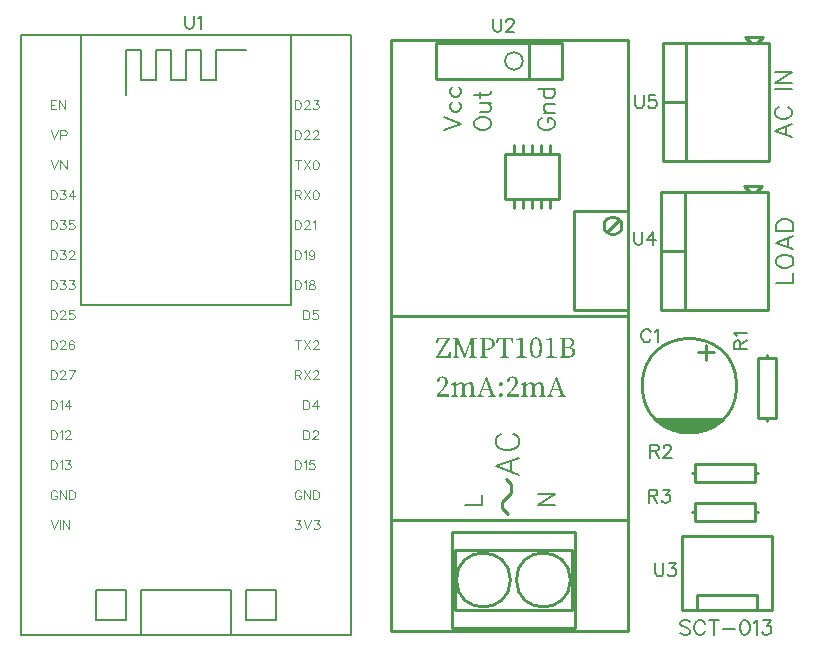
<source format=gto>
G04 Layer: TopSilkLayer*
G04 EasyEDA v6.4.7, 2020-12-03T10:34:31+05:30*
G04 2fbe05cc312c45c2a44f13524b8984d0,b6e8962e620740079bb188d2402746ea,10*
G04 Gerber Generator version 0.2*
G04 Scale: 100 percent, Rotated: No, Reflected: No *
G04 Dimensions in inches *
G04 leading zeros omitted , absolute positions ,2 integer and 4 decimal *
%FSLAX24Y24*%
%MOIN*%
G90*
D02*

%ADD10C,0.010000*%
%ADD20C,0.008000*%
%ADD21C,0.007874*%
%ADD22C,0.006000*%
%ADD23C,0.002560*%

%LPD*%
G54D10*
G01X16439Y4400D02*
G01X16239Y4600D01*
G01X16239Y4800D01*
G01X16539Y5100D01*
G01X16539Y5400D01*
G01X16389Y5550D01*
G01X16439Y5500D01*
G01X16539Y5400D02*
G01X16389Y5550D01*
G01X16439Y5500D01*
G01X16239Y4600D02*
G01X16239Y4800D01*
G01X16539Y5100D01*
G01X17539Y16700D02*
G01X17539Y16400D01*
G01X17239Y16700D02*
G01X17239Y16400D01*
G01X16939Y16700D02*
G01X16939Y16400D01*
G01X17839Y16700D02*
G01X17839Y16400D01*
G01X17439Y16400D01*
G01X17039Y16400D01*
G01X16639Y16400D01*
G01X16639Y16500D01*
G01X16639Y16700D01*
G01X16939Y14600D02*
G01X16939Y14900D01*
G01X17239Y14600D02*
G01X17239Y14900D01*
G01X17539Y14600D02*
G01X17539Y14900D01*
G01X16639Y14600D02*
G01X16639Y14900D01*
G01X17039Y14900D01*
G01X17439Y14900D01*
G01X17839Y14900D01*
G01X17839Y14800D01*
G01X17839Y14600D01*
G01X16339Y14900D02*
G01X18139Y14900D01*
G01X18139Y16400D01*
G01X16339Y16400D01*
G01X16339Y14900D01*
G01X19739Y13800D02*
G01X20139Y14200D01*
G01X20439Y11000D02*
G01X20439Y14500D01*
G01X18639Y14500D01*
G01X18639Y11200D01*
G01X20439Y11200D01*
G01X14669Y1200D02*
G01X14669Y3200D01*
G01X18569Y3200D01*
G01X18569Y1200D01*
G01X14669Y1200D01*
G01X12539Y500D02*
G01X20439Y500D01*
G01X20439Y20200D01*
G01X12539Y20200D01*
G01X12539Y500D01*
G01X14569Y600D02*
G01X14569Y3800D01*
G01X18669Y3800D01*
G01X18669Y600D01*
G01X14569Y600D01*
G01X12539Y4200D02*
G01X20439Y4200D01*
G01X20439Y11000D01*
G01X12539Y11000D01*
G01X12539Y4200D01*
G01X18239Y18900D02*
G01X14039Y18900D01*
G01X14039Y20100D01*
G01X18239Y20100D01*
G01X18239Y18900D01*
G01X17139Y18900D02*
G01X17139Y20100D01*
G01X22239Y3650D02*
G01X22239Y1200D01*
G01X25239Y3650D02*
G01X25239Y1200D01*
G01X25239Y3650D02*
G01X22239Y3650D01*
G01X25239Y1200D02*
G01X23239Y1200D01*
G01X23239Y1200D02*
G01X22239Y1200D01*
G01X22739Y1200D02*
G01X22739Y1700D01*
G01X22739Y1700D02*
G01X24739Y1700D01*
G01X24739Y1700D02*
G01X24739Y1200D01*
G54D20*
G01X2195Y20357D02*
G01X2195Y11357D01*
G01X9195Y11357D01*
G01X9195Y20357D01*
G01X3695Y18357D02*
G01X3695Y19857D01*
G01X4195Y19857D01*
G01X4195Y18857D01*
G01X4695Y18857D01*
G01X4695Y19857D01*
G01X5195Y19857D01*
G01X5195Y18857D01*
G01X5695Y18857D01*
G01X5695Y19857D01*
G01X6195Y19857D01*
G01X6195Y18857D01*
G01X6695Y18857D01*
G01X6695Y19857D01*
G01X7695Y19857D01*
G01X11195Y357D02*
G01X7195Y357D01*
G01X4195Y357D01*
G01X195Y357D01*
G01X195Y20357D01*
G01X2195Y20357D01*
G01X9195Y20357D01*
G01X11195Y20357D01*
G01X11195Y357D01*
G01X4195Y357D02*
G01X4195Y1857D01*
G01X7195Y1857D01*
G01X7195Y357D01*
G01X2695Y1857D02*
G01X3695Y1857D01*
G01X3695Y857D01*
G01X2695Y857D01*
G01X2695Y1857D01*
G01X7695Y1857D02*
G01X7695Y857D01*
G01X8695Y857D01*
G01X8695Y1857D01*
G01X7695Y1857D01*
G54D10*
G01X24789Y7600D02*
G01X24789Y9600D01*
G01X24789Y9600D02*
G01X25089Y9600D01*
G01X25089Y9600D02*
G01X25389Y9600D01*
G01X25389Y9600D02*
G01X25389Y7600D01*
G01X25389Y7600D02*
G01X25089Y7600D01*
G01X25089Y7600D02*
G01X24789Y7600D01*
G01X25089Y9600D02*
G01X25089Y9700D01*
G01X25089Y7600D02*
G01X25089Y7500D01*
G01X22689Y6050D02*
G01X24689Y6050D01*
G01X24689Y6050D02*
G01X24689Y5750D01*
G01X24689Y5750D02*
G01X24689Y5450D01*
G01X24689Y5450D02*
G01X22689Y5450D01*
G01X22689Y5450D02*
G01X22689Y5750D01*
G01X22689Y5750D02*
G01X22689Y6050D01*
G01X24689Y5750D02*
G01X24789Y5750D01*
G01X22689Y5750D02*
G01X22589Y5750D01*
G01X22689Y4750D02*
G01X24689Y4750D01*
G01X24689Y4750D02*
G01X24689Y4450D01*
G01X24689Y4450D02*
G01X24689Y4150D01*
G01X24689Y4150D02*
G01X22689Y4150D01*
G01X22689Y4150D02*
G01X22689Y4450D01*
G01X22689Y4450D02*
G01X22689Y4750D01*
G01X24689Y4450D02*
G01X24789Y4450D01*
G01X22689Y4450D02*
G01X22589Y4450D01*
G01X22339Y11200D02*
G01X22339Y15136D01*
G01X25095Y15136D01*
G01X25095Y11200D01*
G01X21552Y11200D01*
G01X21552Y15136D01*
G01X22339Y15136D01*
G01X22339Y13168D02*
G01X21552Y13168D01*
G01X24504Y15136D02*
G01X24308Y15334D01*
G01X24898Y15334D01*
G01X24701Y15136D01*
G01X24702Y15136D01*
G01X22389Y16150D02*
G01X22389Y20086D01*
G01X25145Y20086D01*
G01X25145Y16150D01*
G01X21602Y16150D01*
G01X21602Y20086D01*
G01X22389Y20086D01*
G01X22389Y18118D02*
G01X21602Y18118D01*
G01X24554Y20086D02*
G01X24358Y20284D01*
G01X24948Y20284D01*
G01X24751Y20086D01*
G01X24752Y20086D01*
G01X22779Y9797D02*
G01X23309Y9797D01*
G01X23049Y9547D02*
G01X23049Y10037D01*
G54D22*
G01X25384Y12100D02*
G01X25956Y12100D01*
G01X25956Y12100D02*
G01X25956Y12426D01*
G01X25384Y12771D02*
G01X25411Y12715D01*
G01X25465Y12661D01*
G01X25520Y12634D01*
G01X25602Y12607D01*
G01X25738Y12607D01*
G01X25820Y12634D01*
G01X25874Y12661D01*
G01X25929Y12715D01*
G01X25956Y12771D01*
G01X25956Y12880D01*
G01X25929Y12934D01*
G01X25874Y12988D01*
G01X25820Y13015D01*
G01X25738Y13044D01*
G01X25602Y13044D01*
G01X25520Y13015D01*
G01X25465Y12988D01*
G01X25411Y12934D01*
G01X25384Y12880D01*
G01X25384Y12771D01*
G01X25384Y13442D02*
G01X25956Y13223D01*
G01X25384Y13442D02*
G01X25956Y13659D01*
G01X25765Y13305D02*
G01X25765Y13578D01*
G01X25384Y13840D02*
G01X25956Y13840D01*
G01X25384Y13840D02*
G01X25384Y14030D01*
G01X25411Y14113D01*
G01X25465Y14167D01*
G01X25520Y14194D01*
G01X25602Y14221D01*
G01X25738Y14221D01*
G01X25820Y14194D01*
G01X25874Y14167D01*
G01X25929Y14113D01*
G01X25956Y14030D01*
G01X25956Y13840D01*
G01X25334Y17167D02*
G01X25906Y16950D01*
G01X25334Y17167D02*
G01X25906Y17386D01*
G01X25715Y17032D02*
G01X25715Y17305D01*
G01X25470Y17975D02*
G01X25415Y17948D01*
G01X25361Y17894D01*
G01X25334Y17838D01*
G01X25334Y17730D01*
G01X25361Y17675D01*
G01X25415Y17621D01*
G01X25470Y17594D01*
G01X25552Y17565D01*
G01X25688Y17565D01*
G01X25770Y17594D01*
G01X25824Y17621D01*
G01X25879Y17675D01*
G01X25906Y17730D01*
G01X25906Y17838D01*
G01X25879Y17894D01*
G01X25824Y17948D01*
G01X25770Y17975D01*
G01X25334Y18575D02*
G01X25906Y18575D01*
G01X25334Y18755D02*
G01X25906Y18755D01*
G01X25334Y18755D02*
G01X25906Y19136D01*
G01X25334Y19136D02*
G01X25906Y19136D01*
G01X15939Y20903D02*
G01X15939Y20596D01*
G01X15959Y20536D01*
G01X16000Y20494D01*
G01X16062Y20475D01*
G01X16103Y20475D01*
G01X16164Y20494D01*
G01X16205Y20536D01*
G01X16225Y20596D01*
G01X16225Y20903D01*
G01X16381Y20802D02*
G01X16381Y20821D01*
G01X16401Y20863D01*
G01X16422Y20884D01*
G01X16463Y20903D01*
G01X16544Y20903D01*
G01X16585Y20884D01*
G01X16606Y20863D01*
G01X16626Y20821D01*
G01X16626Y20780D01*
G01X16606Y20740D01*
G01X16565Y20678D01*
G01X16360Y20475D01*
G01X16647Y20475D01*
G54D20*
G01X15017Y4700D02*
G01X15581Y4700D01*
G01X15581Y4700D02*
G01X15581Y5021D01*
G01X17439Y4700D02*
G01X18003Y4700D01*
G01X17439Y4700D02*
G01X18003Y5076D01*
G01X17439Y5076D02*
G01X18003Y5076D01*
G01X16040Y5990D02*
G01X16803Y5700D01*
G01X16040Y5990D02*
G01X16803Y6282D01*
G01X16549Y5809D02*
G01X16549Y6173D01*
G01X16220Y7067D02*
G01X16149Y7030D01*
G01X16075Y6957D01*
G01X16040Y6884D01*
G01X16040Y6740D01*
G01X16075Y6667D01*
G01X16149Y6594D01*
G01X16220Y6557D01*
G01X16330Y6521D01*
G01X16511Y6521D01*
G01X16620Y6557D01*
G01X16694Y6594D01*
G01X16766Y6667D01*
G01X16803Y6740D01*
G01X16803Y6884D01*
G01X16766Y6957D01*
G01X16694Y7030D01*
G01X16620Y7067D01*

%LPD*%
G36*
G01X18441Y10273D02*
G01X18160Y10273D01*
G01X18160Y10238D01*
G01X18252Y10228D01*
G01X18253Y10207D01*
G01X18253Y9700D01*
G01X18252Y9657D01*
G01X18160Y9646D01*
G01X18160Y9613D01*
G01X18463Y9613D01*
G01X18495Y9617D01*
G01X18523Y9621D01*
G01X18549Y9628D01*
G01X18573Y9636D01*
G01X18595Y9646D01*
G01X18614Y9657D01*
G01X18630Y9669D01*
G01X18645Y9682D01*
G01X18657Y9696D01*
G01X18668Y9711D01*
G01X18676Y9726D01*
G01X18682Y9742D01*
G01X18687Y9759D01*
G01X18690Y9776D01*
G01X18690Y9792D01*
G01X18689Y9812D01*
G01X18686Y9832D01*
G01X18680Y9850D01*
G01X18671Y9867D01*
G01X18660Y9883D01*
G01X18646Y9898D01*
G01X18629Y9912D01*
G01X18609Y9924D01*
G01X18587Y9935D01*
G01X18561Y9944D01*
G01X18532Y9952D01*
G01X18500Y9957D01*
G01X18527Y9964D01*
G01X18551Y9972D01*
G01X18572Y9981D01*
G01X18591Y9992D01*
G01X18607Y10004D01*
G01X18621Y10017D01*
G01X18632Y10031D01*
G01X18642Y10046D01*
G01X18649Y10062D01*
G01X18654Y10078D01*
G01X18656Y10094D01*
G01X18657Y10111D01*
G01X18656Y10134D01*
G01X18651Y10156D01*
G01X18643Y10176D01*
G01X18633Y10195D01*
G01X18619Y10212D01*
G01X18602Y10227D01*
G01X18583Y10240D01*
G01X18560Y10252D01*
G01X18535Y10261D01*
G01X18506Y10267D01*
G01X18475Y10271D01*
G01X18441Y10273D01*
G37*

%LPC*%
G36*
G01X18400Y9934D02*
G01X18343Y9934D01*
G01X18343Y9835D01*
G01X18344Y9811D01*
G01X18344Y9719D01*
G01X18345Y9675D01*
G01X18345Y9653D01*
G01X18440Y9653D01*
G01X18467Y9657D01*
G01X18491Y9661D01*
G01X18513Y9669D01*
G01X18533Y9678D01*
G01X18550Y9688D01*
G01X18564Y9701D01*
G01X18576Y9715D01*
G01X18585Y9732D01*
G01X18591Y9750D01*
G01X18595Y9770D01*
G01X18596Y9792D01*
G01X18595Y9814D01*
G01X18591Y9835D01*
G01X18585Y9854D01*
G01X18576Y9871D01*
G01X18564Y9885D01*
G01X18550Y9898D01*
G01X18532Y9909D01*
G01X18512Y9918D01*
G01X18489Y9925D01*
G01X18462Y9930D01*
G01X18433Y9932D01*
G01X18400Y9934D01*
G37*
G36*
G01X18415Y10234D02*
G01X18345Y10234D01*
G01X18345Y10191D01*
G01X18344Y10169D01*
G01X18344Y10083D01*
G01X18343Y10061D01*
G01X18343Y9975D01*
G01X18425Y9975D01*
G01X18450Y9978D01*
G01X18473Y9982D01*
G01X18493Y9989D01*
G01X18511Y9997D01*
G01X18527Y10007D01*
G01X18540Y10019D01*
G01X18550Y10033D01*
G01X18558Y10049D01*
G01X18564Y10067D01*
G01X18567Y10086D01*
G01X18568Y10109D01*
G01X18567Y10130D01*
G01X18564Y10148D01*
G01X18559Y10165D01*
G01X18552Y10180D01*
G01X18542Y10193D01*
G01X18531Y10204D01*
G01X18517Y10213D01*
G01X18501Y10221D01*
G01X18483Y10226D01*
G01X18462Y10230D01*
G01X18440Y10233D01*
G01X18415Y10234D01*
G37*

%LPD*%
G36*
G01X17922Y10273D02*
G01X17909Y10282D01*
G01X17706Y10228D01*
G01X17706Y10194D01*
G01X17838Y10207D01*
G01X17838Y9742D01*
G01X17837Y9722D01*
G01X17837Y9682D01*
G01X17836Y9663D01*
G01X17695Y9644D01*
G01X17695Y9613D01*
G01X18059Y9613D01*
G01X18059Y9644D01*
G01X17920Y9663D01*
G01X17920Y9762D01*
G01X17919Y9801D01*
G01X17919Y10130D01*
G01X17922Y10273D01*
G37*

%LPD*%
G36*
G01X16934Y10273D02*
G01X16921Y10282D01*
G01X16718Y10228D01*
G01X16718Y10194D01*
G01X16849Y10207D01*
G01X16849Y9682D01*
G01X16848Y9663D01*
G01X16707Y9644D01*
G01X16707Y9613D01*
G01X17071Y9613D01*
G01X17071Y9644D01*
G01X16932Y9663D01*
G01X16932Y9702D01*
G01X16931Y9722D01*
G01X16931Y9762D01*
G01X16930Y9801D01*
G01X16930Y10130D01*
G01X16934Y10273D01*
G37*

%LPD*%
G36*
G01X16607Y10273D02*
G01X16066Y10273D01*
G01X16058Y10096D01*
G01X16108Y10096D01*
G01X16135Y10228D01*
G01X16290Y10228D01*
G01X16291Y10164D01*
G01X16291Y9679D01*
G01X16290Y9657D01*
G01X16188Y9646D01*
G01X16188Y9613D01*
G01X16485Y9613D01*
G01X16485Y9646D01*
G01X16383Y9657D01*
G01X16382Y9722D01*
G01X16382Y9809D01*
G01X16381Y9831D01*
G01X16381Y10055D01*
G01X16382Y10076D01*
G01X16382Y10164D01*
G01X16383Y10228D01*
G01X16538Y10228D01*
G01X16566Y10096D01*
G01X16614Y10096D01*
G01X16607Y10273D01*
G37*

%LPD*%
G36*
G01X15759Y10273D02*
G01X15494Y10273D01*
G01X15494Y10238D01*
G01X15586Y10228D01*
G01X15587Y10185D01*
G01X15588Y10163D01*
G01X15588Y9721D01*
G01X15587Y9700D01*
G01X15587Y9678D01*
G01X15586Y9657D01*
G01X15494Y9646D01*
G01X15494Y9613D01*
G01X15773Y9613D01*
G01X15773Y9646D01*
G01X15679Y9657D01*
G01X15679Y9768D01*
G01X15678Y9795D01*
G01X15678Y9876D01*
G01X15730Y9876D01*
G01X15766Y9878D01*
G01X15799Y9881D01*
G01X15830Y9886D01*
G01X15857Y9892D01*
G01X15883Y9901D01*
G01X15905Y9911D01*
G01X15925Y9923D01*
G01X15943Y9936D01*
G01X15958Y9950D01*
G01X15972Y9965D01*
G01X15982Y9982D01*
G01X15991Y9999D01*
G01X15998Y10017D01*
G01X16003Y10037D01*
G01X16005Y10056D01*
G01X16006Y10076D01*
G01X16005Y10098D01*
G01X16003Y10119D01*
G01X15998Y10138D01*
G01X15991Y10157D01*
G01X15982Y10174D01*
G01X15972Y10190D01*
G01X15959Y10205D01*
G01X15945Y10218D01*
G01X15928Y10230D01*
G01X15910Y10241D01*
G01X15890Y10251D01*
G01X15868Y10258D01*
G01X15843Y10265D01*
G01X15817Y10269D01*
G01X15789Y10271D01*
G01X15759Y10273D01*
G37*

%LPC*%
G36*
G01X15742Y10234D02*
G01X15679Y10234D01*
G01X15679Y10101D01*
G01X15678Y10079D01*
G01X15678Y9915D01*
G01X15741Y9915D01*
G01X15771Y9917D01*
G01X15797Y9921D01*
G01X15820Y9927D01*
G01X15841Y9936D01*
G01X15858Y9947D01*
G01X15874Y9960D01*
G01X15886Y9976D01*
G01X15896Y9992D01*
G01X15904Y10011D01*
G01X15909Y10032D01*
G01X15912Y10053D01*
G01X15913Y10076D01*
G01X15912Y10101D01*
G01X15909Y10123D01*
G01X15903Y10143D01*
G01X15895Y10162D01*
G01X15885Y10178D01*
G01X15872Y10192D01*
G01X15857Y10205D01*
G01X15839Y10215D01*
G01X15819Y10223D01*
G01X15796Y10229D01*
G01X15771Y10232D01*
G01X15742Y10234D01*
G37*

%LPD*%
G36*
G01X14779Y10273D02*
G01X14599Y10273D01*
G01X14599Y10238D01*
G01X14689Y10228D01*
G01X14688Y9659D01*
G01X14599Y9646D01*
G01X14599Y9613D01*
G01X14820Y9613D01*
G01X14820Y9646D01*
G01X14734Y9659D01*
G01X14734Y9994D01*
G01X14733Y10016D01*
G01X14733Y10044D01*
G01X14732Y10076D01*
G01X14729Y10178D01*
G01X14959Y9613D01*
G01X15002Y9613D01*
G01X15224Y10180D01*
G01X15223Y9915D01*
G01X15223Y9721D01*
G01X15222Y9700D01*
G01X15222Y9678D01*
G01X15221Y9657D01*
G01X15136Y9646D01*
G01X15136Y9613D01*
G01X15404Y9613D01*
G01X15404Y9646D01*
G01X15313Y9657D01*
G01X15312Y9722D01*
G01X15312Y9809D01*
G01X15311Y9831D01*
G01X15311Y10055D01*
G01X15312Y10076D01*
G01X15312Y10164D01*
G01X15313Y10228D01*
G01X15405Y10238D01*
G01X15405Y10273D01*
G01X15215Y10273D01*
G01X15002Y9726D01*
G01X14779Y10273D01*
G37*

%LPD*%
G36*
G01X14520Y10273D02*
G01X14059Y10273D01*
G01X14050Y10096D01*
G01X14103Y10096D01*
G01X14133Y10228D01*
G01X14419Y10228D01*
G01X14039Y9646D01*
G01X14039Y9613D01*
G01X14534Y9613D01*
G01X14540Y9790D01*
G01X14488Y9790D01*
G01X14456Y9655D01*
G01X14141Y9655D01*
G01X14520Y10238D01*
G01X14520Y10273D01*
G37*

%LPD*%
G36*
G01X17392Y10285D02*
G01X17376Y10286D01*
G01X17361Y10285D01*
G01X17345Y10283D01*
G01X17329Y10279D01*
G01X17314Y10274D01*
G01X17299Y10267D01*
G01X17285Y10259D01*
G01X17271Y10249D01*
G01X17257Y10237D01*
G01X17245Y10224D01*
G01X17233Y10209D01*
G01X17221Y10192D01*
G01X17211Y10173D01*
G01X17202Y10152D01*
G01X17193Y10129D01*
G01X17186Y10104D01*
G01X17180Y10077D01*
G01X17175Y10048D01*
G01X17171Y10017D01*
G01X17169Y9983D01*
G01X17168Y9948D01*
G01X17169Y9911D01*
G01X17171Y9876D01*
G01X17175Y9844D01*
G01X17180Y9813D01*
G01X17186Y9786D01*
G01X17193Y9760D01*
G01X17202Y9736D01*
G01X17211Y9715D01*
G01X17221Y9695D01*
G01X17233Y9678D01*
G01X17245Y9662D01*
G01X17257Y9648D01*
G01X17285Y9626D01*
G01X17299Y9618D01*
G01X17314Y9611D01*
G01X17329Y9606D01*
G01X17345Y9602D01*
G01X17361Y9600D01*
G01X17392Y9600D01*
G01X17407Y9602D01*
G01X17422Y9606D01*
G01X17437Y9611D01*
G01X17452Y9618D01*
G01X17466Y9626D01*
G01X17480Y9637D01*
G01X17493Y9648D01*
G01X17506Y9662D01*
G01X17518Y9678D01*
G01X17529Y9695D01*
G01X17539Y9715D01*
G01X17548Y9736D01*
G01X17557Y9760D01*
G01X17564Y9786D01*
G01X17570Y9813D01*
G01X17575Y9844D01*
G01X17578Y9876D01*
G01X17581Y9911D01*
G01X17581Y9983D01*
G01X17578Y10017D01*
G01X17575Y10048D01*
G01X17570Y10077D01*
G01X17564Y10104D01*
G01X17557Y10129D01*
G01X17548Y10152D01*
G01X17539Y10173D01*
G01X17529Y10192D01*
G01X17518Y10209D01*
G01X17506Y10224D01*
G01X17493Y10237D01*
G01X17480Y10249D01*
G01X17466Y10259D01*
G01X17452Y10267D01*
G01X17437Y10274D01*
G01X17422Y10279D01*
G01X17407Y10283D01*
G01X17392Y10285D01*
G37*

%LPC*%
G36*
G01X17388Y10246D02*
G01X17365Y10246D01*
G01X17353Y10243D01*
G01X17342Y10239D01*
G01X17331Y10233D01*
G01X17320Y10225D01*
G01X17310Y10214D01*
G01X17301Y10201D01*
G01X17292Y10186D01*
G01X17284Y10167D01*
G01X17277Y10146D01*
G01X17271Y10122D01*
G01X17265Y10094D01*
G01X17261Y10063D01*
G01X17258Y10028D01*
G01X17256Y9990D01*
G01X17255Y9948D01*
G01X17256Y9903D01*
G01X17258Y9863D01*
G01X17261Y9828D01*
G01X17265Y9795D01*
G01X17271Y9767D01*
G01X17277Y9741D01*
G01X17284Y9719D01*
G01X17292Y9700D01*
G01X17301Y9684D01*
G01X17310Y9671D01*
G01X17320Y9660D01*
G01X17331Y9651D01*
G01X17342Y9645D01*
G01X17353Y9641D01*
G01X17365Y9638D01*
G01X17388Y9638D01*
G01X17399Y9641D01*
G01X17409Y9645D01*
G01X17420Y9651D01*
G01X17430Y9660D01*
G01X17440Y9671D01*
G01X17449Y9684D01*
G01X17457Y9701D01*
G01X17465Y9720D01*
G01X17472Y9742D01*
G01X17478Y9767D01*
G01X17484Y9796D01*
G01X17488Y9828D01*
G01X17491Y9864D01*
G01X17493Y9904D01*
G01X17493Y9990D01*
G01X17491Y10028D01*
G01X17488Y10063D01*
G01X17484Y10094D01*
G01X17478Y10122D01*
G01X17472Y10146D01*
G01X17465Y10167D01*
G01X17457Y10186D01*
G01X17449Y10201D01*
G01X17440Y10214D01*
G01X17430Y10225D01*
G01X17420Y10233D01*
G01X17409Y10239D01*
G01X17399Y10243D01*
G01X17388Y10246D01*
G37*

%LPD*%
G36*
G01X16227Y8792D02*
G01X16200Y8798D01*
G01X16175Y8792D01*
G01X16154Y8778D01*
G01X16140Y8756D01*
G01X16134Y8730D01*
G01X16140Y8705D01*
G01X16154Y8683D01*
G01X16175Y8669D01*
G01X16200Y8663D01*
G01X16227Y8669D01*
G01X16249Y8683D01*
G01X16263Y8705D01*
G01X16268Y8730D01*
G01X16263Y8756D01*
G01X16249Y8778D01*
G01X16227Y8792D01*
G37*

%LPD*%
G36*
G01X18085Y8976D02*
G01X18027Y8976D01*
G01X17818Y8359D01*
G01X17738Y8346D01*
G01X17738Y8313D01*
G01X17957Y8313D01*
G01X17957Y8346D01*
G01X17861Y8359D01*
G01X17918Y8532D01*
G01X18146Y8532D01*
G01X18204Y8359D01*
G01X18107Y8346D01*
G01X18107Y8313D01*
G01X18375Y8313D01*
G01X18375Y8346D01*
G01X18297Y8355D01*
G01X18085Y8976D01*
G37*

%LPC*%
G36*
G01X18134Y8569D02*
G01X18031Y8876D01*
G01X17930Y8569D01*
G01X18134Y8569D01*
G37*

%LPD*%
G36*
G01X17231Y8792D02*
G01X17208Y8794D01*
G01X17186Y8792D01*
G01X17163Y8787D01*
G01X17141Y8779D01*
G01X17118Y8769D01*
G01X17097Y8756D01*
G01X17076Y8740D01*
G01X17056Y8723D01*
G01X17037Y8703D01*
G01X17028Y8784D01*
G01X17015Y8792D01*
G01X16876Y8738D01*
G01X16876Y8709D01*
G01X16955Y8701D01*
G01X16957Y8671D01*
G01X16957Y8394D01*
G01X16956Y8373D01*
G01X16956Y8353D01*
G01X16883Y8344D01*
G01X16883Y8313D01*
G01X17109Y8313D01*
G01X17109Y8344D01*
G01X17041Y8353D01*
G01X17041Y8394D01*
G01X17040Y8416D01*
G01X17040Y8481D01*
G01X17039Y8501D01*
G01X17039Y8665D01*
G01X17058Y8682D01*
G01X17076Y8695D01*
G01X17092Y8706D01*
G01X17109Y8715D01*
G01X17125Y8722D01*
G01X17141Y8727D01*
G01X17157Y8730D01*
G01X17173Y8730D01*
G01X17193Y8729D01*
G01X17210Y8724D01*
G01X17224Y8716D01*
G01X17235Y8704D01*
G01X17244Y8688D01*
G01X17250Y8667D01*
G01X17253Y8642D01*
G01X17254Y8611D01*
G01X17254Y8394D01*
G01X17253Y8373D01*
G01X17253Y8353D01*
G01X17178Y8344D01*
G01X17178Y8313D01*
G01X17405Y8313D01*
G01X17405Y8344D01*
G01X17337Y8353D01*
G01X17337Y8373D01*
G01X17336Y8394D01*
G01X17336Y8415D01*
G01X17335Y8437D01*
G01X17335Y8480D01*
G01X17334Y8501D01*
G01X17334Y8653D01*
G01X17332Y8665D01*
G01X17351Y8681D01*
G01X17370Y8695D01*
G01X17387Y8707D01*
G01X17404Y8715D01*
G01X17420Y8722D01*
G01X17436Y8727D01*
G01X17452Y8730D01*
G01X17467Y8730D01*
G01X17487Y8729D01*
G01X17504Y8725D01*
G01X17518Y8717D01*
G01X17530Y8706D01*
G01X17539Y8690D01*
G01X17545Y8669D01*
G01X17549Y8644D01*
G01X17550Y8613D01*
G01X17550Y8437D01*
G01X17549Y8415D01*
G01X17549Y8373D01*
G01X17548Y8353D01*
G01X17475Y8344D01*
G01X17475Y8313D01*
G01X17701Y8313D01*
G01X17701Y8344D01*
G01X17631Y8353D01*
G01X17631Y8480D01*
G01X17630Y8501D01*
G01X17630Y8623D01*
G01X17629Y8651D01*
G01X17627Y8677D01*
G01X17622Y8700D01*
G01X17616Y8721D01*
G01X17607Y8738D01*
G01X17597Y8753D01*
G01X17586Y8766D01*
G01X17573Y8776D01*
G01X17558Y8784D01*
G01X17542Y8789D01*
G01X17524Y8792D01*
G01X17504Y8794D01*
G01X17481Y8792D01*
G01X17457Y8788D01*
G01X17434Y8781D01*
G01X17411Y8771D01*
G01X17389Y8758D01*
G01X17367Y8742D01*
G01X17346Y8723D01*
G01X17325Y8701D01*
G01X17318Y8723D01*
G01X17309Y8742D01*
G01X17297Y8759D01*
G01X17284Y8771D01*
G01X17268Y8781D01*
G01X17250Y8788D01*
G01X17231Y8792D01*
G37*

%LPD*%
G36*
G01X16622Y8984D02*
G01X16591Y8986D01*
G01X16567Y8984D01*
G01X16544Y8982D01*
G01X16521Y8976D01*
G01X16500Y8969D01*
G01X16479Y8960D01*
G01X16461Y8949D01*
G01X16444Y8935D01*
G01X16429Y8920D01*
G01X16416Y8902D01*
G01X16406Y8883D01*
G01X16398Y8861D01*
G01X16393Y8838D01*
G01X16402Y8825D01*
G01X16413Y8815D01*
G01X16426Y8809D01*
G01X16441Y8807D01*
G01X16459Y8810D01*
G01X16473Y8820D01*
G01X16485Y8839D01*
G01X16495Y8869D01*
G01X16515Y8940D01*
G01X16530Y8944D01*
G01X16544Y8945D01*
G01X16557Y8946D01*
G01X16568Y8946D01*
G01X16595Y8944D01*
G01X16618Y8936D01*
G01X16638Y8925D01*
G01X16656Y8908D01*
G01X16670Y8888D01*
G01X16680Y8864D01*
G01X16686Y8837D01*
G01X16688Y8807D01*
G01X16687Y8787D01*
G01X16685Y8767D01*
G01X16680Y8747D01*
G01X16673Y8727D01*
G01X16665Y8707D01*
G01X16654Y8686D01*
G01X16641Y8665D01*
G01X16627Y8642D01*
G01X16610Y8619D01*
G01X16591Y8595D01*
G01X16570Y8569D01*
G01X16547Y8542D01*
G01X16531Y8524D01*
G01X16514Y8504D01*
G01X16496Y8484D01*
G01X16477Y8463D01*
G01X16458Y8441D01*
G01X16438Y8419D01*
G01X16419Y8396D01*
G01X16398Y8373D01*
G01X16398Y8313D01*
G01X16803Y8313D01*
G01X16803Y8388D01*
G01X16461Y8388D01*
G01X16478Y8406D01*
G01X16495Y8423D01*
G01X16511Y8440D01*
G01X16527Y8456D01*
G01X16541Y8471D01*
G01X16555Y8485D01*
G01X16567Y8498D01*
G01X16577Y8509D01*
G01X16604Y8536D01*
G01X16628Y8562D01*
G01X16650Y8586D01*
G01X16670Y8609D01*
G01X16688Y8630D01*
G01X16705Y8649D01*
G01X16719Y8668D01*
G01X16732Y8686D01*
G01X16742Y8702D01*
G01X16752Y8719D01*
G01X16759Y8734D01*
G01X16765Y8750D01*
G01X16770Y8765D01*
G01X16773Y8780D01*
G01X16775Y8796D01*
G01X16775Y8811D01*
G01X16774Y8836D01*
G01X16771Y8860D01*
G01X16765Y8882D01*
G01X16756Y8902D01*
G01X16745Y8920D01*
G01X16731Y8937D01*
G01X16715Y8951D01*
G01X16696Y8963D01*
G01X16674Y8973D01*
G01X16649Y8980D01*
G01X16622Y8984D01*
G37*

%LPD*%
G36*
G01X15754Y8976D02*
G01X15696Y8976D01*
G01X15487Y8359D01*
G01X15407Y8346D01*
G01X15407Y8313D01*
G01X15626Y8313D01*
G01X15626Y8346D01*
G01X15530Y8359D01*
G01X15587Y8532D01*
G01X15815Y8532D01*
G01X15873Y8359D01*
G01X15776Y8346D01*
G01X15776Y8313D01*
G01X16044Y8313D01*
G01X16044Y8346D01*
G01X15966Y8355D01*
G01X15754Y8976D01*
G37*

%LPC*%
G36*
G01X15803Y8569D02*
G01X15700Y8876D01*
G01X15599Y8569D01*
G01X15803Y8569D01*
G37*

%LPD*%
G36*
G01X14900Y8792D02*
G01X14878Y8794D01*
G01X14855Y8792D01*
G01X14833Y8787D01*
G01X14810Y8779D01*
G01X14788Y8769D01*
G01X14766Y8756D01*
G01X14745Y8740D01*
G01X14725Y8723D01*
G01X14706Y8703D01*
G01X14698Y8784D01*
G01X14684Y8792D01*
G01X14545Y8738D01*
G01X14545Y8709D01*
G01X14624Y8701D01*
G01X14626Y8671D01*
G01X14626Y8394D01*
G01X14625Y8373D01*
G01X14625Y8353D01*
G01X14552Y8344D01*
G01X14552Y8313D01*
G01X14778Y8313D01*
G01X14778Y8344D01*
G01X14710Y8353D01*
G01X14710Y8394D01*
G01X14709Y8416D01*
G01X14709Y8481D01*
G01X14708Y8501D01*
G01X14708Y8665D01*
G01X14727Y8682D01*
G01X14745Y8695D01*
G01X14761Y8706D01*
G01X14778Y8715D01*
G01X14794Y8722D01*
G01X14810Y8727D01*
G01X14826Y8730D01*
G01X14842Y8730D01*
G01X14862Y8729D01*
G01X14879Y8724D01*
G01X14893Y8716D01*
G01X14904Y8704D01*
G01X14913Y8688D01*
G01X14919Y8667D01*
G01X14922Y8642D01*
G01X14923Y8611D01*
G01X14923Y8373D01*
G01X14922Y8353D01*
G01X14847Y8344D01*
G01X14847Y8313D01*
G01X15074Y8313D01*
G01X15074Y8344D01*
G01X15006Y8353D01*
G01X15006Y8373D01*
G01X15005Y8394D01*
G01X15005Y8415D01*
G01X15004Y8437D01*
G01X15004Y8480D01*
G01X15003Y8501D01*
G01X15003Y8653D01*
G01X15001Y8665D01*
G01X15020Y8681D01*
G01X15039Y8695D01*
G01X15056Y8707D01*
G01X15073Y8715D01*
G01X15089Y8722D01*
G01X15105Y8727D01*
G01X15121Y8730D01*
G01X15136Y8730D01*
G01X15156Y8729D01*
G01X15173Y8725D01*
G01X15187Y8717D01*
G01X15199Y8706D01*
G01X15208Y8690D01*
G01X15214Y8669D01*
G01X15218Y8644D01*
G01X15219Y8613D01*
G01X15219Y8437D01*
G01X15218Y8415D01*
G01X15218Y8373D01*
G01X15217Y8353D01*
G01X15144Y8344D01*
G01X15144Y8313D01*
G01X15370Y8313D01*
G01X15370Y8344D01*
G01X15300Y8353D01*
G01X15300Y8480D01*
G01X15299Y8501D01*
G01X15299Y8623D01*
G01X15298Y8651D01*
G01X15296Y8677D01*
G01X15291Y8700D01*
G01X15285Y8721D01*
G01X15276Y8738D01*
G01X15266Y8753D01*
G01X15255Y8766D01*
G01X15242Y8776D01*
G01X15227Y8784D01*
G01X15211Y8789D01*
G01X15193Y8792D01*
G01X15173Y8794D01*
G01X15150Y8792D01*
G01X15126Y8788D01*
G01X15103Y8781D01*
G01X15080Y8771D01*
G01X15058Y8758D01*
G01X15036Y8742D01*
G01X15015Y8723D01*
G01X14994Y8701D01*
G01X14987Y8723D01*
G01X14978Y8742D01*
G01X14966Y8759D01*
G01X14953Y8771D01*
G01X14937Y8781D01*
G01X14920Y8788D01*
G01X14900Y8792D01*
G37*

%LPD*%
G36*
G01X14291Y8984D02*
G01X14260Y8986D01*
G01X14236Y8984D01*
G01X14213Y8982D01*
G01X14190Y8976D01*
G01X14169Y8969D01*
G01X14148Y8960D01*
G01X14130Y8949D01*
G01X14113Y8935D01*
G01X14098Y8920D01*
G01X14085Y8902D01*
G01X14075Y8883D01*
G01X14067Y8861D01*
G01X14062Y8838D01*
G01X14071Y8825D01*
G01X14082Y8815D01*
G01X14095Y8809D01*
G01X14110Y8807D01*
G01X14128Y8810D01*
G01X14142Y8820D01*
G01X14154Y8839D01*
G01X14164Y8869D01*
G01X14184Y8940D01*
G01X14199Y8944D01*
G01X14213Y8945D01*
G01X14226Y8946D01*
G01X14237Y8946D01*
G01X14264Y8944D01*
G01X14287Y8936D01*
G01X14308Y8925D01*
G01X14325Y8908D01*
G01X14339Y8888D01*
G01X14349Y8864D01*
G01X14355Y8837D01*
G01X14357Y8807D01*
G01X14356Y8787D01*
G01X14354Y8767D01*
G01X14349Y8747D01*
G01X14342Y8727D01*
G01X14334Y8707D01*
G01X14323Y8686D01*
G01X14310Y8665D01*
G01X14296Y8642D01*
G01X14279Y8619D01*
G01X14260Y8595D01*
G01X14239Y8569D01*
G01X14216Y8542D01*
G01X14200Y8524D01*
G01X14183Y8504D01*
G01X14165Y8484D01*
G01X14146Y8463D01*
G01X14127Y8441D01*
G01X14107Y8419D01*
G01X14088Y8396D01*
G01X14067Y8373D01*
G01X14067Y8313D01*
G01X14472Y8313D01*
G01X14472Y8388D01*
G01X14130Y8388D01*
G01X14147Y8406D01*
G01X14164Y8423D01*
G01X14180Y8440D01*
G01X14196Y8456D01*
G01X14210Y8471D01*
G01X14224Y8485D01*
G01X14236Y8498D01*
G01X14246Y8509D01*
G01X14273Y8536D01*
G01X14297Y8562D01*
G01X14319Y8586D01*
G01X14339Y8609D01*
G01X14357Y8630D01*
G01X14374Y8649D01*
G01X14388Y8668D01*
G01X14401Y8686D01*
G01X14411Y8702D01*
G01X14421Y8719D01*
G01X14428Y8734D01*
G01X14434Y8750D01*
G01X14439Y8765D01*
G01X14442Y8780D01*
G01X14444Y8796D01*
G01X14444Y8811D01*
G01X14443Y8836D01*
G01X14440Y8860D01*
G01X14434Y8882D01*
G01X14425Y8902D01*
G01X14414Y8920D01*
G01X14400Y8937D01*
G01X14384Y8951D01*
G01X14365Y8963D01*
G01X14343Y8973D01*
G01X14318Y8980D01*
G01X14291Y8984D01*
G37*

%LPD*%
G36*
G01X16227Y8429D02*
G01X16200Y8434D01*
G01X16175Y8429D01*
G01X16154Y8414D01*
G01X16140Y8392D01*
G01X16134Y8365D01*
G01X16140Y8340D01*
G01X16154Y8319D01*
G01X16175Y8305D01*
G01X16200Y8300D01*
G01X16227Y8305D01*
G01X16249Y8319D01*
G01X16263Y8340D01*
G01X16268Y8365D01*
G01X16263Y8392D01*
G01X16249Y8414D01*
G01X16227Y8429D01*
G37*

%LPD*%
G01X17573Y17603D02*
G01X17519Y17576D01*
G01X17466Y17521D01*
G01X17439Y17467D01*
G01X17439Y17361D01*
G01X17466Y17307D01*
G01X17519Y17253D01*
G01X17573Y17227D01*
G01X17654Y17200D01*
G01X17788Y17200D01*
G01X17868Y17227D01*
G01X17922Y17253D01*
G01X17976Y17307D01*
G01X18003Y17361D01*
G01X18003Y17467D01*
G01X17976Y17521D01*
G01X17922Y17576D01*
G01X17868Y17603D01*
G01X17788Y17603D01*
G01X17788Y17467D02*
G01X17788Y17603D01*
G01X17627Y17780D02*
G01X18003Y17780D01*
G01X17734Y17780D02*
G01X17654Y17859D01*
G01X17627Y17913D01*
G01X17627Y17994D01*
G01X17654Y18048D01*
G01X17734Y18075D01*
G01X18003Y18075D01*
G01X17439Y18573D02*
G01X18003Y18573D01*
G01X17707Y18573D02*
G01X17654Y18521D01*
G01X17627Y18467D01*
G01X17627Y18386D01*
G01X17654Y18332D01*
G01X17707Y18278D01*
G01X17788Y18252D01*
G01X17842Y18252D01*
G01X17922Y18278D01*
G01X17976Y18332D01*
G01X18003Y18386D01*
G01X18003Y18467D01*
G01X17976Y18521D01*
G01X17922Y18573D01*
G01X15317Y17361D02*
G01X15344Y17307D01*
G01X15397Y17253D01*
G01X15451Y17227D01*
G01X15532Y17200D01*
G01X15666Y17200D01*
G01X15746Y17227D01*
G01X15800Y17253D01*
G01X15854Y17307D01*
G01X15881Y17361D01*
G01X15881Y17467D01*
G01X15854Y17521D01*
G01X15800Y17576D01*
G01X15746Y17603D01*
G01X15666Y17628D01*
G01X15532Y17628D01*
G01X15451Y17603D01*
G01X15397Y17576D01*
G01X15344Y17521D01*
G01X15317Y17467D01*
G01X15317Y17361D01*
G01X15505Y17807D02*
G01X15773Y17807D01*
G01X15854Y17832D01*
G01X15881Y17886D01*
G01X15881Y17967D01*
G01X15854Y18021D01*
G01X15773Y18102D01*
G01X15505Y18102D02*
G01X15881Y18102D01*
G01X15317Y18359D02*
G01X15773Y18359D01*
G01X15854Y18386D01*
G01X15881Y18440D01*
G01X15881Y18494D01*
G01X15505Y18278D02*
G01X15505Y18467D01*
G01X14317Y17200D02*
G01X14881Y17415D01*
G01X14317Y17628D02*
G01X14881Y17415D01*
G01X14585Y18128D02*
G01X14532Y18075D01*
G01X14505Y18021D01*
G01X14505Y17940D01*
G01X14532Y17886D01*
G01X14585Y17832D01*
G01X14666Y17807D01*
G01X14720Y17807D01*
G01X14800Y17832D01*
G01X14854Y17886D01*
G01X14881Y17940D01*
G01X14881Y18021D01*
G01X14854Y18075D01*
G01X14800Y18128D01*
G01X14585Y18628D02*
G01X14532Y18573D01*
G01X14505Y18521D01*
G01X14505Y18440D01*
G01X14532Y18386D01*
G01X14585Y18332D01*
G01X14666Y18305D01*
G01X14720Y18305D01*
G01X14800Y18332D01*
G01X14854Y18386D01*
G01X14881Y18440D01*
G01X14881Y18521D01*
G01X14854Y18573D01*
G01X14800Y18628D01*
G54D22*
G01X21339Y2753D02*
G01X21339Y2446D01*
G01X21359Y2386D01*
G01X21400Y2344D01*
G01X21462Y2325D01*
G01X21503Y2325D01*
G01X21564Y2344D01*
G01X21605Y2386D01*
G01X21625Y2446D01*
G01X21625Y2753D01*
G01X21801Y2753D02*
G01X22026Y2753D01*
G01X21904Y2590D01*
G01X21965Y2590D01*
G01X22006Y2569D01*
G01X22026Y2550D01*
G01X22047Y2488D01*
G01X22047Y2446D01*
G01X22026Y2386D01*
G01X21985Y2344D01*
G01X21924Y2325D01*
G01X21863Y2325D01*
G01X21801Y2344D01*
G01X21781Y2365D01*
G01X21760Y2405D01*
G54D20*
G01X22507Y786D02*
G01X22462Y832D01*
G01X22394Y855D01*
G01X22303Y855D01*
G01X22234Y832D01*
G01X22189Y786D01*
G01X22189Y740D01*
G01X22212Y694D01*
G01X22234Y673D01*
G01X22280Y650D01*
G01X22416Y605D01*
G01X22462Y582D01*
G01X22484Y559D01*
G01X22507Y513D01*
G01X22507Y444D01*
G01X22462Y400D01*
G01X22394Y376D01*
G01X22303Y376D01*
G01X22234Y400D01*
G01X22189Y444D01*
G01X22998Y740D02*
G01X22975Y786D01*
G01X22930Y832D01*
G01X22884Y855D01*
G01X22794Y855D01*
G01X22748Y832D01*
G01X22703Y786D01*
G01X22680Y740D01*
G01X22657Y673D01*
G01X22657Y559D01*
G01X22680Y490D01*
G01X22703Y444D01*
G01X22748Y400D01*
G01X22794Y376D01*
G01X22884Y376D01*
G01X22930Y400D01*
G01X22975Y444D01*
G01X22998Y490D01*
G01X23307Y855D02*
G01X23307Y376D01*
G01X23148Y855D02*
G01X23466Y855D01*
G01X23616Y582D02*
G01X24025Y582D01*
G01X24312Y855D02*
G01X24244Y832D01*
G01X24198Y763D01*
G01X24175Y650D01*
G01X24175Y582D01*
G01X24198Y467D01*
G01X24244Y400D01*
G01X24312Y376D01*
G01X24357Y376D01*
G01X24425Y400D01*
G01X24471Y467D01*
G01X24494Y582D01*
G01X24494Y650D01*
G01X24471Y763D01*
G01X24425Y832D01*
G01X24357Y855D01*
G01X24312Y855D01*
G01X24644Y763D02*
G01X24689Y786D01*
G01X24757Y855D01*
G01X24757Y376D01*
G01X24953Y855D02*
G01X25203Y855D01*
G01X25066Y673D01*
G01X25134Y673D01*
G01X25180Y650D01*
G01X25203Y626D01*
G01X25225Y559D01*
G01X25225Y513D01*
G01X25203Y444D01*
G01X25157Y400D01*
G01X25089Y376D01*
G01X25021Y376D01*
G01X24953Y400D01*
G01X24930Y423D01*
G01X24907Y467D01*
G54D22*
G01X5689Y21003D02*
G01X5689Y20696D01*
G01X5709Y20636D01*
G01X5750Y20594D01*
G01X5812Y20575D01*
G01X5853Y20575D01*
G01X5914Y20594D01*
G01X5955Y20636D01*
G01X5975Y20696D01*
G01X5975Y21003D01*
G01X6110Y20921D02*
G01X6151Y20942D01*
G01X6213Y21003D01*
G01X6213Y20575D01*
G54D23*
G01X1195Y18192D02*
G01X1195Y17886D01*
G01X1195Y18192D02*
G01X1384Y18192D01*
G01X1195Y18046D02*
G01X1311Y18046D01*
G01X1195Y17886D02*
G01X1384Y17886D01*
G01X1480Y18192D02*
G01X1480Y17886D01*
G01X1480Y18192D02*
G01X1683Y17886D01*
G01X1683Y18192D02*
G01X1683Y17886D01*
G01X1195Y17192D02*
G01X1311Y16886D01*
G01X1427Y17192D02*
G01X1311Y16886D01*
G01X1523Y17192D02*
G01X1523Y16886D01*
G01X1523Y17192D02*
G01X1654Y17192D01*
G01X1698Y17177D01*
G01X1712Y17163D01*
G01X1727Y17132D01*
G01X1727Y17090D01*
G01X1712Y17061D01*
G01X1698Y17046D01*
G01X1654Y17032D01*
G01X1523Y17032D01*
G01X1195Y16192D02*
G01X1311Y15886D01*
G01X1427Y16192D02*
G01X1311Y15886D01*
G01X1523Y16192D02*
G01X1523Y15886D01*
G01X1523Y16192D02*
G01X1727Y15886D01*
G01X1727Y16192D02*
G01X1727Y15886D01*
G01X1195Y15192D02*
G01X1195Y14886D01*
G01X1195Y15192D02*
G01X1296Y15192D01*
G01X1340Y15176D01*
G01X1369Y15148D01*
G01X1384Y15119D01*
G01X1398Y15075D01*
G01X1398Y15003D01*
G01X1384Y14959D01*
G01X1369Y14930D01*
G01X1340Y14901D01*
G01X1296Y14886D01*
G01X1195Y14886D01*
G01X1523Y15192D02*
G01X1683Y15192D01*
G01X1596Y15075D01*
G01X1640Y15075D01*
G01X1669Y15061D01*
G01X1683Y15046D01*
G01X1698Y15003D01*
G01X1698Y14973D01*
G01X1683Y14930D01*
G01X1654Y14901D01*
G01X1611Y14886D01*
G01X1567Y14886D01*
G01X1523Y14901D01*
G01X1509Y14915D01*
G01X1494Y14944D01*
G01X1939Y15192D02*
G01X1794Y14988D01*
G01X2012Y14988D01*
G01X1939Y15192D02*
G01X1939Y14886D01*
G01X1195Y14192D02*
G01X1195Y13886D01*
G01X1195Y14192D02*
G01X1296Y14192D01*
G01X1340Y14176D01*
G01X1369Y14148D01*
G01X1384Y14119D01*
G01X1398Y14075D01*
G01X1398Y14003D01*
G01X1384Y13959D01*
G01X1369Y13930D01*
G01X1340Y13901D01*
G01X1296Y13886D01*
G01X1195Y13886D01*
G01X1523Y14192D02*
G01X1683Y14192D01*
G01X1596Y14075D01*
G01X1640Y14075D01*
G01X1669Y14061D01*
G01X1683Y14046D01*
G01X1698Y14003D01*
G01X1698Y13973D01*
G01X1683Y13930D01*
G01X1654Y13901D01*
G01X1611Y13886D01*
G01X1567Y13886D01*
G01X1523Y13901D01*
G01X1509Y13915D01*
G01X1494Y13944D01*
G01X1968Y14192D02*
G01X1823Y14192D01*
G01X1808Y14061D01*
G01X1823Y14075D01*
G01X1867Y14090D01*
G01X1910Y14090D01*
G01X1954Y14075D01*
G01X1983Y14046D01*
G01X1997Y14003D01*
G01X1997Y13973D01*
G01X1983Y13930D01*
G01X1954Y13901D01*
G01X1910Y13886D01*
G01X1867Y13886D01*
G01X1823Y13901D01*
G01X1808Y13915D01*
G01X1794Y13944D01*
G01X1195Y13192D02*
G01X1195Y12886D01*
G01X1195Y13192D02*
G01X1296Y13192D01*
G01X1340Y13176D01*
G01X1369Y13148D01*
G01X1384Y13119D01*
G01X1398Y13075D01*
G01X1398Y13003D01*
G01X1384Y12959D01*
G01X1369Y12930D01*
G01X1340Y12901D01*
G01X1296Y12886D01*
G01X1195Y12886D01*
G01X1523Y13192D02*
G01X1683Y13192D01*
G01X1596Y13075D01*
G01X1640Y13075D01*
G01X1669Y13061D01*
G01X1683Y13046D01*
G01X1698Y13003D01*
G01X1698Y12973D01*
G01X1683Y12930D01*
G01X1654Y12901D01*
G01X1611Y12886D01*
G01X1567Y12886D01*
G01X1523Y12901D01*
G01X1509Y12915D01*
G01X1494Y12944D01*
G01X1808Y13119D02*
G01X1808Y13132D01*
G01X1823Y13163D01*
G01X1837Y13176D01*
G01X1867Y13192D01*
G01X1925Y13192D01*
G01X1954Y13176D01*
G01X1968Y13163D01*
G01X1983Y13132D01*
G01X1983Y13103D01*
G01X1968Y13075D01*
G01X1939Y13032D01*
G01X1794Y12886D01*
G01X1997Y12886D01*
G01X1195Y12192D02*
G01X1195Y11886D01*
G01X1195Y12192D02*
G01X1296Y12192D01*
G01X1340Y12176D01*
G01X1369Y12148D01*
G01X1384Y12119D01*
G01X1398Y12075D01*
G01X1398Y12003D01*
G01X1384Y11959D01*
G01X1369Y11930D01*
G01X1340Y11901D01*
G01X1296Y11886D01*
G01X1195Y11886D01*
G01X1523Y12192D02*
G01X1683Y12192D01*
G01X1596Y12075D01*
G01X1640Y12075D01*
G01X1669Y12061D01*
G01X1683Y12046D01*
G01X1698Y12003D01*
G01X1698Y11973D01*
G01X1683Y11930D01*
G01X1654Y11901D01*
G01X1611Y11886D01*
G01X1567Y11886D01*
G01X1523Y11901D01*
G01X1509Y11915D01*
G01X1494Y11944D01*
G01X1823Y12192D02*
G01X1983Y12192D01*
G01X1896Y12075D01*
G01X1939Y12075D01*
G01X1968Y12061D01*
G01X1983Y12046D01*
G01X1997Y12003D01*
G01X1997Y11973D01*
G01X1983Y11930D01*
G01X1954Y11901D01*
G01X1910Y11886D01*
G01X1867Y11886D01*
G01X1823Y11901D01*
G01X1808Y11915D01*
G01X1794Y11944D01*
G01X1195Y11192D02*
G01X1195Y10886D01*
G01X1195Y11192D02*
G01X1296Y11192D01*
G01X1340Y11176D01*
G01X1369Y11148D01*
G01X1384Y11119D01*
G01X1398Y11075D01*
G01X1398Y11003D01*
G01X1384Y10959D01*
G01X1369Y10930D01*
G01X1340Y10901D01*
G01X1296Y10886D01*
G01X1195Y10886D01*
G01X1509Y11119D02*
G01X1509Y11132D01*
G01X1523Y11163D01*
G01X1538Y11176D01*
G01X1567Y11192D01*
G01X1625Y11192D01*
G01X1654Y11176D01*
G01X1669Y11163D01*
G01X1683Y11132D01*
G01X1683Y11103D01*
G01X1669Y11075D01*
G01X1640Y11032D01*
G01X1494Y10886D01*
G01X1698Y10886D01*
G01X1968Y11192D02*
G01X1823Y11192D01*
G01X1808Y11061D01*
G01X1823Y11075D01*
G01X1867Y11090D01*
G01X1910Y11090D01*
G01X1954Y11075D01*
G01X1983Y11046D01*
G01X1997Y11003D01*
G01X1997Y10973D01*
G01X1983Y10930D01*
G01X1954Y10901D01*
G01X1910Y10886D01*
G01X1867Y10886D01*
G01X1823Y10901D01*
G01X1808Y10915D01*
G01X1794Y10944D01*
G01X1195Y10192D02*
G01X1195Y9886D01*
G01X1195Y10192D02*
G01X1296Y10192D01*
G01X1340Y10176D01*
G01X1369Y10148D01*
G01X1384Y10119D01*
G01X1398Y10075D01*
G01X1398Y10003D01*
G01X1384Y9959D01*
G01X1369Y9930D01*
G01X1340Y9901D01*
G01X1296Y9886D01*
G01X1195Y9886D01*
G01X1509Y10119D02*
G01X1509Y10132D01*
G01X1523Y10163D01*
G01X1538Y10176D01*
G01X1567Y10192D01*
G01X1625Y10192D01*
G01X1654Y10176D01*
G01X1669Y10163D01*
G01X1683Y10132D01*
G01X1683Y10103D01*
G01X1669Y10075D01*
G01X1640Y10032D01*
G01X1494Y9886D01*
G01X1698Y9886D01*
G01X1968Y10148D02*
G01X1954Y10176D01*
G01X1910Y10192D01*
G01X1881Y10192D01*
G01X1837Y10176D01*
G01X1808Y10132D01*
G01X1794Y10061D01*
G01X1794Y9988D01*
G01X1808Y9930D01*
G01X1837Y9901D01*
G01X1881Y9886D01*
G01X1896Y9886D01*
G01X1939Y9901D01*
G01X1968Y9930D01*
G01X1983Y9973D01*
G01X1983Y9988D01*
G01X1968Y10032D01*
G01X1939Y10061D01*
G01X1896Y10075D01*
G01X1881Y10075D01*
G01X1837Y10061D01*
G01X1808Y10032D01*
G01X1794Y9988D01*
G01X1195Y9192D02*
G01X1195Y8886D01*
G01X1195Y9192D02*
G01X1296Y9192D01*
G01X1340Y9176D01*
G01X1369Y9148D01*
G01X1384Y9119D01*
G01X1398Y9075D01*
G01X1398Y9003D01*
G01X1384Y8959D01*
G01X1369Y8930D01*
G01X1340Y8901D01*
G01X1296Y8886D01*
G01X1195Y8886D01*
G01X1509Y9119D02*
G01X1509Y9132D01*
G01X1523Y9163D01*
G01X1538Y9176D01*
G01X1567Y9192D01*
G01X1625Y9192D01*
G01X1654Y9176D01*
G01X1669Y9163D01*
G01X1683Y9132D01*
G01X1683Y9103D01*
G01X1669Y9075D01*
G01X1640Y9032D01*
G01X1494Y8886D01*
G01X1698Y8886D01*
G01X1997Y9192D02*
G01X1852Y8886D01*
G01X1794Y9192D02*
G01X1997Y9192D01*
G01X1195Y8192D02*
G01X1195Y7886D01*
G01X1195Y8192D02*
G01X1296Y8192D01*
G01X1340Y8176D01*
G01X1369Y8148D01*
G01X1384Y8119D01*
G01X1398Y8075D01*
G01X1398Y8003D01*
G01X1384Y7959D01*
G01X1369Y7930D01*
G01X1340Y7901D01*
G01X1296Y7886D01*
G01X1195Y7886D01*
G01X1494Y8132D02*
G01X1523Y8148D01*
G01X1567Y8192D01*
G01X1567Y7886D01*
G01X1808Y8192D02*
G01X1663Y7988D01*
G01X1881Y7988D01*
G01X1808Y8192D02*
G01X1808Y7886D01*
G01X1195Y7192D02*
G01X1195Y6886D01*
G01X1195Y7192D02*
G01X1296Y7192D01*
G01X1340Y7176D01*
G01X1369Y7148D01*
G01X1384Y7119D01*
G01X1398Y7075D01*
G01X1398Y7003D01*
G01X1384Y6959D01*
G01X1369Y6930D01*
G01X1340Y6901D01*
G01X1296Y6886D01*
G01X1195Y6886D01*
G01X1494Y7132D02*
G01X1523Y7148D01*
G01X1567Y7192D01*
G01X1567Y6886D01*
G01X1677Y7119D02*
G01X1677Y7132D01*
G01X1692Y7163D01*
G01X1707Y7176D01*
G01X1736Y7192D01*
G01X1794Y7192D01*
G01X1823Y7176D01*
G01X1837Y7163D01*
G01X1852Y7132D01*
G01X1852Y7103D01*
G01X1837Y7075D01*
G01X1808Y7032D01*
G01X1663Y6886D01*
G01X1867Y6886D01*
G01X1195Y6192D02*
G01X1195Y5886D01*
G01X1195Y6192D02*
G01X1296Y6192D01*
G01X1340Y6176D01*
G01X1369Y6148D01*
G01X1384Y6119D01*
G01X1398Y6075D01*
G01X1398Y6003D01*
G01X1384Y5959D01*
G01X1369Y5930D01*
G01X1340Y5901D01*
G01X1296Y5886D01*
G01X1195Y5886D01*
G01X1494Y6132D02*
G01X1523Y6148D01*
G01X1567Y6192D01*
G01X1567Y5886D01*
G01X1692Y6192D02*
G01X1852Y6192D01*
G01X1765Y6075D01*
G01X1808Y6075D01*
G01X1837Y6061D01*
G01X1852Y6046D01*
G01X1867Y6003D01*
G01X1867Y5973D01*
G01X1852Y5930D01*
G01X1823Y5901D01*
G01X1779Y5886D01*
G01X1736Y5886D01*
G01X1692Y5901D01*
G01X1677Y5915D01*
G01X1663Y5944D01*
G01X1413Y5119D02*
G01X1398Y5148D01*
G01X1369Y5176D01*
G01X1340Y5192D01*
G01X1282Y5192D01*
G01X1253Y5176D01*
G01X1224Y5148D01*
G01X1209Y5119D01*
G01X1195Y5075D01*
G01X1195Y5003D01*
G01X1209Y4959D01*
G01X1224Y4930D01*
G01X1253Y4901D01*
G01X1282Y4886D01*
G01X1340Y4886D01*
G01X1369Y4901D01*
G01X1398Y4930D01*
G01X1413Y4959D01*
G01X1413Y5003D01*
G01X1340Y5003D02*
G01X1413Y5003D01*
G01X1509Y5192D02*
G01X1509Y4886D01*
G01X1509Y5192D02*
G01X1712Y4886D01*
G01X1712Y5192D02*
G01X1712Y4886D01*
G01X1808Y5192D02*
G01X1808Y4886D01*
G01X1808Y5192D02*
G01X1910Y5192D01*
G01X1954Y5176D01*
G01X1983Y5148D01*
G01X1997Y5119D01*
G01X2012Y5075D01*
G01X2012Y5003D01*
G01X1997Y4959D01*
G01X1983Y4930D01*
G01X1954Y4901D01*
G01X1910Y4886D01*
G01X1808Y4886D01*
G01X1195Y4192D02*
G01X1311Y3886D01*
G01X1427Y4192D02*
G01X1311Y3886D01*
G01X1523Y4192D02*
G01X1523Y3886D01*
G01X1619Y4192D02*
G01X1619Y3886D01*
G01X1619Y4192D02*
G01X1823Y3886D01*
G01X1823Y4192D02*
G01X1823Y3886D01*
G01X9360Y4192D02*
G01X9520Y4192D01*
G01X9432Y4075D01*
G01X9476Y4075D01*
G01X9505Y4061D01*
G01X9520Y4046D01*
G01X9534Y4003D01*
G01X9534Y3973D01*
G01X9520Y3930D01*
G01X9491Y3901D01*
G01X9447Y3886D01*
G01X9403Y3886D01*
G01X9360Y3901D01*
G01X9345Y3915D01*
G01X9331Y3944D01*
G01X9630Y4192D02*
G01X9747Y3886D01*
G01X9863Y4192D02*
G01X9747Y3886D01*
G01X9988Y4192D02*
G01X10148Y4192D01*
G01X10061Y4075D01*
G01X10104Y4075D01*
G01X10133Y4061D01*
G01X10148Y4046D01*
G01X10163Y4003D01*
G01X10163Y3973D01*
G01X10148Y3930D01*
G01X10119Y3901D01*
G01X10075Y3886D01*
G01X10032Y3886D01*
G01X9988Y3901D01*
G01X9973Y3915D01*
G01X9959Y3944D01*
G01X9549Y5119D02*
G01X9534Y5148D01*
G01X9505Y5176D01*
G01X9476Y5192D01*
G01X9418Y5192D01*
G01X9389Y5176D01*
G01X9360Y5148D01*
G01X9345Y5119D01*
G01X9331Y5075D01*
G01X9331Y5003D01*
G01X9345Y4959D01*
G01X9360Y4930D01*
G01X9389Y4901D01*
G01X9418Y4886D01*
G01X9476Y4886D01*
G01X9505Y4901D01*
G01X9534Y4930D01*
G01X9549Y4959D01*
G01X9549Y5003D01*
G01X9476Y5003D02*
G01X9549Y5003D01*
G01X9645Y5192D02*
G01X9645Y4886D01*
G01X9645Y5192D02*
G01X9848Y4886D01*
G01X9848Y5192D02*
G01X9848Y4886D01*
G01X9944Y5192D02*
G01X9944Y4886D01*
G01X9944Y5192D02*
G01X10046Y5192D01*
G01X10090Y5176D01*
G01X10119Y5148D01*
G01X10133Y5119D01*
G01X10148Y5075D01*
G01X10148Y5003D01*
G01X10133Y4959D01*
G01X10119Y4930D01*
G01X10090Y4901D01*
G01X10046Y4886D01*
G01X9944Y4886D01*
G01X9331Y6192D02*
G01X9331Y5886D01*
G01X9331Y6192D02*
G01X9432Y6192D01*
G01X9476Y6176D01*
G01X9505Y6148D01*
G01X9520Y6119D01*
G01X9534Y6075D01*
G01X9534Y6003D01*
G01X9520Y5959D01*
G01X9505Y5930D01*
G01X9476Y5901D01*
G01X9432Y5886D01*
G01X9331Y5886D01*
G01X9630Y6132D02*
G01X9659Y6148D01*
G01X9703Y6192D01*
G01X9703Y5886D01*
G01X9973Y6192D02*
G01X9828Y6192D01*
G01X9813Y6061D01*
G01X9828Y6075D01*
G01X9872Y6090D01*
G01X9915Y6090D01*
G01X9959Y6075D01*
G01X9988Y6046D01*
G01X10003Y6003D01*
G01X10003Y5973D01*
G01X9988Y5930D01*
G01X9959Y5901D01*
G01X9915Y5886D01*
G01X9872Y5886D01*
G01X9828Y5901D01*
G01X9813Y5915D01*
G01X9799Y5944D01*
G01X9619Y7192D02*
G01X9619Y6886D01*
G01X9619Y7192D02*
G01X9720Y7192D01*
G01X9764Y7176D01*
G01X9793Y7148D01*
G01X9808Y7119D01*
G01X9822Y7075D01*
G01X9822Y7003D01*
G01X9808Y6959D01*
G01X9793Y6930D01*
G01X9764Y6901D01*
G01X9720Y6886D01*
G01X9619Y6886D01*
G01X9933Y7119D02*
G01X9933Y7132D01*
G01X9947Y7163D01*
G01X9962Y7176D01*
G01X9991Y7192D01*
G01X10049Y7192D01*
G01X10078Y7176D01*
G01X10093Y7163D01*
G01X10107Y7132D01*
G01X10107Y7103D01*
G01X10093Y7075D01*
G01X10064Y7032D01*
G01X9918Y6886D01*
G01X10122Y6886D01*
G01X9619Y8192D02*
G01X9619Y7886D01*
G01X9619Y8192D02*
G01X9720Y8192D01*
G01X9764Y8176D01*
G01X9793Y8148D01*
G01X9808Y8119D01*
G01X9822Y8075D01*
G01X9822Y8003D01*
G01X9808Y7959D01*
G01X9793Y7930D01*
G01X9764Y7901D01*
G01X9720Y7886D01*
G01X9619Y7886D01*
G01X10064Y8192D02*
G01X9918Y7988D01*
G01X10136Y7988D01*
G01X10064Y8192D02*
G01X10064Y7886D01*
G01X9331Y9192D02*
G01X9331Y8886D01*
G01X9331Y9192D02*
G01X9461Y9192D01*
G01X9505Y9176D01*
G01X9520Y9163D01*
G01X9534Y9132D01*
G01X9534Y9103D01*
G01X9520Y9075D01*
G01X9505Y9061D01*
G01X9461Y9046D01*
G01X9331Y9046D01*
G01X9432Y9046D02*
G01X9534Y8886D01*
G01X9630Y9192D02*
G01X9834Y8886D01*
G01X9834Y9192D02*
G01X9630Y8886D01*
G01X9944Y9119D02*
G01X9944Y9132D01*
G01X9959Y9163D01*
G01X9973Y9176D01*
G01X10003Y9192D01*
G01X10061Y9192D01*
G01X10090Y9176D01*
G01X10104Y9163D01*
G01X10119Y9132D01*
G01X10119Y9103D01*
G01X10104Y9075D01*
G01X10075Y9032D01*
G01X9930Y8886D01*
G01X10133Y8886D01*
G01X9432Y10192D02*
G01X9432Y9886D01*
G01X9331Y10192D02*
G01X9534Y10192D01*
G01X9630Y10192D02*
G01X9834Y9886D01*
G01X9834Y10192D02*
G01X9630Y9886D01*
G01X9944Y10119D02*
G01X9944Y10132D01*
G01X9959Y10163D01*
G01X9973Y10176D01*
G01X10003Y10192D01*
G01X10061Y10192D01*
G01X10090Y10176D01*
G01X10104Y10163D01*
G01X10119Y10132D01*
G01X10119Y10103D01*
G01X10104Y10075D01*
G01X10075Y10032D01*
G01X9930Y9886D01*
G01X10133Y9886D01*
G01X9619Y11192D02*
G01X9619Y10886D01*
G01X9619Y11192D02*
G01X9720Y11192D01*
G01X9764Y11176D01*
G01X9793Y11148D01*
G01X9808Y11119D01*
G01X9822Y11075D01*
G01X9822Y11003D01*
G01X9808Y10959D01*
G01X9793Y10930D01*
G01X9764Y10901D01*
G01X9720Y10886D01*
G01X9619Y10886D01*
G01X10093Y11192D02*
G01X9947Y11192D01*
G01X9933Y11061D01*
G01X9947Y11075D01*
G01X9991Y11090D01*
G01X10035Y11090D01*
G01X10078Y11075D01*
G01X10107Y11046D01*
G01X10122Y11003D01*
G01X10122Y10973D01*
G01X10107Y10930D01*
G01X10078Y10901D01*
G01X10035Y10886D01*
G01X9991Y10886D01*
G01X9947Y10901D01*
G01X9933Y10915D01*
G01X9918Y10944D01*
G01X9331Y12192D02*
G01X9331Y11886D01*
G01X9331Y12192D02*
G01X9432Y12192D01*
G01X9476Y12176D01*
G01X9505Y12148D01*
G01X9520Y12119D01*
G01X9534Y12075D01*
G01X9534Y12003D01*
G01X9520Y11959D01*
G01X9505Y11930D01*
G01X9476Y11901D01*
G01X9432Y11886D01*
G01X9331Y11886D01*
G01X9630Y12132D02*
G01X9659Y12148D01*
G01X9703Y12192D01*
G01X9703Y11886D01*
G01X9872Y12192D02*
G01X9828Y12176D01*
G01X9813Y12148D01*
G01X9813Y12119D01*
G01X9828Y12090D01*
G01X9857Y12075D01*
G01X9915Y12061D01*
G01X9959Y12046D01*
G01X9988Y12017D01*
G01X10003Y11988D01*
G01X10003Y11944D01*
G01X9988Y11915D01*
G01X9973Y11901D01*
G01X9930Y11886D01*
G01X9872Y11886D01*
G01X9828Y11901D01*
G01X9813Y11915D01*
G01X9799Y11944D01*
G01X9799Y11988D01*
G01X9813Y12017D01*
G01X9843Y12046D01*
G01X9886Y12061D01*
G01X9944Y12075D01*
G01X9973Y12090D01*
G01X9988Y12119D01*
G01X9988Y12148D01*
G01X9973Y12176D01*
G01X9930Y12192D01*
G01X9872Y12192D01*
G01X9331Y13192D02*
G01X9331Y12886D01*
G01X9331Y13192D02*
G01X9432Y13192D01*
G01X9476Y13176D01*
G01X9505Y13148D01*
G01X9520Y13119D01*
G01X9534Y13075D01*
G01X9534Y13003D01*
G01X9520Y12959D01*
G01X9505Y12930D01*
G01X9476Y12901D01*
G01X9432Y12886D01*
G01X9331Y12886D01*
G01X9630Y13132D02*
G01X9659Y13148D01*
G01X9703Y13192D01*
G01X9703Y12886D01*
G01X9988Y13090D02*
G01X9973Y13046D01*
G01X9944Y13017D01*
G01X9901Y13003D01*
G01X9886Y13003D01*
G01X9843Y13017D01*
G01X9813Y13046D01*
G01X9799Y13090D01*
G01X9799Y13103D01*
G01X9813Y13148D01*
G01X9843Y13176D01*
G01X9886Y13192D01*
G01X9901Y13192D01*
G01X9944Y13176D01*
G01X9973Y13148D01*
G01X9988Y13090D01*
G01X9988Y13017D01*
G01X9973Y12944D01*
G01X9944Y12901D01*
G01X9901Y12886D01*
G01X9872Y12886D01*
G01X9828Y12901D01*
G01X9813Y12930D01*
G01X9331Y14192D02*
G01X9331Y13886D01*
G01X9331Y14192D02*
G01X9432Y14192D01*
G01X9476Y14176D01*
G01X9505Y14148D01*
G01X9520Y14119D01*
G01X9534Y14075D01*
G01X9534Y14003D01*
G01X9520Y13959D01*
G01X9505Y13930D01*
G01X9476Y13901D01*
G01X9432Y13886D01*
G01X9331Y13886D01*
G01X9645Y14119D02*
G01X9645Y14132D01*
G01X9659Y14163D01*
G01X9674Y14176D01*
G01X9703Y14192D01*
G01X9761Y14192D01*
G01X9790Y14176D01*
G01X9805Y14163D01*
G01X9819Y14132D01*
G01X9819Y14103D01*
G01X9805Y14075D01*
G01X9776Y14032D01*
G01X9630Y13886D01*
G01X9834Y13886D01*
G01X9930Y14132D02*
G01X9959Y14148D01*
G01X10003Y14192D01*
G01X10003Y13886D01*
G01X9331Y15192D02*
G01X9331Y14886D01*
G01X9331Y15192D02*
G01X9461Y15192D01*
G01X9505Y15176D01*
G01X9520Y15163D01*
G01X9534Y15132D01*
G01X9534Y15103D01*
G01X9520Y15075D01*
G01X9505Y15061D01*
G01X9461Y15046D01*
G01X9331Y15046D01*
G01X9432Y15046D02*
G01X9534Y14886D01*
G01X9630Y15192D02*
G01X9834Y14886D01*
G01X9834Y15192D02*
G01X9630Y14886D01*
G01X10017Y15192D02*
G01X9973Y15176D01*
G01X9944Y15132D01*
G01X9930Y15061D01*
G01X9930Y15017D01*
G01X9944Y14944D01*
G01X9973Y14901D01*
G01X10017Y14886D01*
G01X10046Y14886D01*
G01X10090Y14901D01*
G01X10119Y14944D01*
G01X10133Y15017D01*
G01X10133Y15061D01*
G01X10119Y15132D01*
G01X10090Y15176D01*
G01X10046Y15192D01*
G01X10017Y15192D01*
G01X9432Y16192D02*
G01X9432Y15886D01*
G01X9331Y16192D02*
G01X9534Y16192D01*
G01X9630Y16192D02*
G01X9834Y15886D01*
G01X9834Y16192D02*
G01X9630Y15886D01*
G01X10017Y16192D02*
G01X9973Y16176D01*
G01X9944Y16132D01*
G01X9930Y16061D01*
G01X9930Y16017D01*
G01X9944Y15944D01*
G01X9973Y15901D01*
G01X10017Y15886D01*
G01X10046Y15886D01*
G01X10090Y15901D01*
G01X10119Y15944D01*
G01X10133Y16017D01*
G01X10133Y16061D01*
G01X10119Y16132D01*
G01X10090Y16176D01*
G01X10046Y16192D01*
G01X10017Y16192D01*
G01X9331Y17192D02*
G01X9331Y16886D01*
G01X9331Y17192D02*
G01X9432Y17192D01*
G01X9476Y17177D01*
G01X9505Y17148D01*
G01X9520Y17119D01*
G01X9534Y17075D01*
G01X9534Y17003D01*
G01X9520Y16959D01*
G01X9505Y16930D01*
G01X9476Y16901D01*
G01X9432Y16886D01*
G01X9331Y16886D01*
G01X9645Y17119D02*
G01X9645Y17132D01*
G01X9659Y17163D01*
G01X9674Y17177D01*
G01X9703Y17192D01*
G01X9761Y17192D01*
G01X9790Y17177D01*
G01X9805Y17163D01*
G01X9819Y17132D01*
G01X9819Y17103D01*
G01X9805Y17075D01*
G01X9776Y17032D01*
G01X9630Y16886D01*
G01X9834Y16886D01*
G01X9944Y17119D02*
G01X9944Y17132D01*
G01X9959Y17163D01*
G01X9973Y17177D01*
G01X10003Y17192D01*
G01X10061Y17192D01*
G01X10090Y17177D01*
G01X10104Y17163D01*
G01X10119Y17132D01*
G01X10119Y17103D01*
G01X10104Y17075D01*
G01X10075Y17032D01*
G01X9930Y16886D01*
G01X10133Y16886D01*
G01X9331Y18192D02*
G01X9331Y17886D01*
G01X9331Y18192D02*
G01X9432Y18192D01*
G01X9476Y18177D01*
G01X9505Y18148D01*
G01X9520Y18119D01*
G01X9534Y18075D01*
G01X9534Y18003D01*
G01X9520Y17959D01*
G01X9505Y17930D01*
G01X9476Y17901D01*
G01X9432Y17886D01*
G01X9331Y17886D01*
G01X9645Y18119D02*
G01X9645Y18132D01*
G01X9659Y18163D01*
G01X9674Y18177D01*
G01X9703Y18192D01*
G01X9761Y18192D01*
G01X9790Y18177D01*
G01X9805Y18163D01*
G01X9819Y18132D01*
G01X9819Y18103D01*
G01X9805Y18075D01*
G01X9776Y18032D01*
G01X9630Y17886D01*
G01X9834Y17886D01*
G01X9959Y18192D02*
G01X10119Y18192D01*
G01X10032Y18075D01*
G01X10075Y18075D01*
G01X10104Y18061D01*
G01X10119Y18046D01*
G01X10133Y18003D01*
G01X10133Y17973D01*
G01X10119Y17930D01*
G01X10090Y17901D01*
G01X10046Y17886D01*
G01X10003Y17886D01*
G01X9959Y17901D01*
G01X9944Y17915D01*
G01X9930Y17944D01*
G54D22*
G01X23985Y9900D02*
G01X24414Y9900D01*
G01X23985Y9900D02*
G01X23985Y10084D01*
G01X24005Y10144D01*
G01X24026Y10165D01*
G01X24067Y10186D01*
G01X24108Y10186D01*
G01X24149Y10165D01*
G01X24169Y10144D01*
G01X24189Y10084D01*
G01X24189Y9900D01*
G01X24189Y10042D02*
G01X24414Y10186D01*
G01X24067Y10321D02*
G01X24046Y10361D01*
G01X23985Y10423D01*
G01X24414Y10423D01*
G01X21189Y6703D02*
G01X21189Y6275D01*
G01X21189Y6703D02*
G01X21373Y6703D01*
G01X21434Y6684D01*
G01X21455Y6663D01*
G01X21475Y6621D01*
G01X21475Y6580D01*
G01X21455Y6540D01*
G01X21434Y6519D01*
G01X21373Y6500D01*
G01X21189Y6500D01*
G01X21332Y6500D02*
G01X21475Y6275D01*
G01X21631Y6601D02*
G01X21631Y6621D01*
G01X21651Y6663D01*
G01X21672Y6684D01*
G01X21713Y6703D01*
G01X21794Y6703D01*
G01X21835Y6684D01*
G01X21856Y6663D01*
G01X21876Y6621D01*
G01X21876Y6580D01*
G01X21856Y6540D01*
G01X21815Y6478D01*
G01X21610Y6275D01*
G01X21897Y6275D01*
G01X21139Y5203D02*
G01X21139Y4775D01*
G01X21139Y5203D02*
G01X21323Y5203D01*
G01X21384Y5184D01*
G01X21405Y5163D01*
G01X21425Y5121D01*
G01X21425Y5080D01*
G01X21405Y5040D01*
G01X21384Y5019D01*
G01X21323Y5000D01*
G01X21139Y5000D01*
G01X21282Y5000D02*
G01X21425Y4775D01*
G01X21601Y5203D02*
G01X21826Y5203D01*
G01X21704Y5040D01*
G01X21765Y5040D01*
G01X21806Y5019D01*
G01X21826Y5000D01*
G01X21847Y4938D01*
G01X21847Y4896D01*
G01X21826Y4836D01*
G01X21785Y4794D01*
G01X21724Y4775D01*
G01X21663Y4775D01*
G01X21601Y4794D01*
G01X21581Y4815D01*
G01X21560Y4855D01*
G01X20639Y13803D02*
G01X20639Y13496D01*
G01X20659Y13436D01*
G01X20700Y13394D01*
G01X20762Y13375D01*
G01X20803Y13375D01*
G01X20864Y13394D01*
G01X20905Y13436D01*
G01X20925Y13496D01*
G01X20925Y13803D01*
G01X21265Y13803D02*
G01X21060Y13517D01*
G01X21367Y13517D01*
G01X21265Y13803D02*
G01X21265Y13375D01*
G01X20689Y18353D02*
G01X20689Y18046D01*
G01X20709Y17986D01*
G01X20750Y17944D01*
G01X20812Y17925D01*
G01X20853Y17925D01*
G01X20914Y17944D01*
G01X20955Y17986D01*
G01X20975Y18046D01*
G01X20975Y18353D01*
G01X21356Y18353D02*
G01X21151Y18353D01*
G01X21131Y18169D01*
G01X21151Y18190D01*
G01X21213Y18211D01*
G01X21274Y18211D01*
G01X21335Y18190D01*
G01X21376Y18150D01*
G01X21397Y18088D01*
G01X21397Y18046D01*
G01X21376Y17986D01*
G01X21335Y17944D01*
G01X21274Y17925D01*
G01X21213Y17925D01*
G01X21151Y17944D01*
G01X21131Y17965D01*
G01X21110Y18005D01*
G01X21196Y10451D02*
G01X21175Y10492D01*
G01X21134Y10534D01*
G01X21094Y10553D01*
G01X21012Y10553D01*
G01X20971Y10534D01*
G01X20930Y10492D01*
G01X20909Y10451D01*
G01X20889Y10390D01*
G01X20889Y10288D01*
G01X20909Y10226D01*
G01X20930Y10186D01*
G01X20971Y10144D01*
G01X21012Y10125D01*
G01X21094Y10125D01*
G01X21134Y10144D01*
G01X21175Y10186D01*
G01X21196Y10226D01*
G01X21331Y10471D02*
G01X21372Y10492D01*
G01X21433Y10553D01*
G01X21433Y10125D01*
G54D10*
G75*
G01X24065Y8688D02*
G03X24065Y8660I-1575J-14D01*
G01*
G75*
G01X16520Y2200D02*
G03X16520Y2200I-900J0D01*
G01*
G75*
G01X18520Y2200D02*
G03X18520Y2200I-900J0D01*
G01*
G54D21*
G75*
G01X16935Y19500D02*
G03X16935Y19500I-295J0D01*
G01*
G54D10*
G75*
G01X20240Y14000D02*
G03X20240Y14000I-300J0D01*
G01*

%LPD*%
G36*
G01X23671Y7606D02*
G01X21308Y7606D01*
G01X21336Y7580D01*
G01X21363Y7556D01*
G01X21392Y7531D01*
G01X21450Y7485D01*
G01X21510Y7441D01*
G01X21541Y7420D01*
G01X21572Y7400D01*
G01X21604Y7380D01*
G01X21636Y7361D01*
G01X21668Y7343D01*
G01X21734Y7309D01*
G01X21802Y7277D01*
G01X21836Y7263D01*
G01X21871Y7249D01*
G01X21906Y7236D01*
G01X21976Y7212D01*
G01X22012Y7201D01*
G01X22048Y7191D01*
G01X22084Y7182D01*
G01X22156Y7166D01*
G01X22193Y7159D01*
G01X22230Y7153D01*
G01X22304Y7143D01*
G01X22378Y7137D01*
G01X22415Y7135D01*
G01X22489Y7133D01*
G01X22527Y7134D01*
G01X22564Y7135D01*
G01X22601Y7137D01*
G01X22675Y7143D01*
G01X22749Y7153D01*
G01X22786Y7159D01*
G01X22822Y7166D01*
G01X22859Y7174D01*
G01X22895Y7182D01*
G01X22931Y7191D01*
G01X22967Y7201D01*
G01X23003Y7212D01*
G01X23073Y7236D01*
G01X23108Y7249D01*
G01X23143Y7263D01*
G01X23177Y7277D01*
G01X23245Y7309D01*
G01X23311Y7343D01*
G01X23343Y7361D01*
G01X23375Y7380D01*
G01X23407Y7400D01*
G01X23438Y7420D01*
G01X23469Y7441D01*
G01X23529Y7485D01*
G01X23587Y7531D01*
G01X23616Y7556D01*
G01X23643Y7580D01*
G01X23671Y7606D01*
G37*
M00*
M02*

</source>
